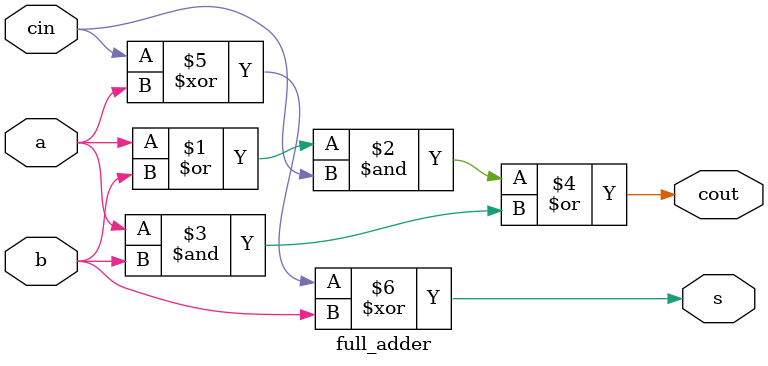
<source format=v>
`timescale 1ns / 1ps
 module full_adder(
    input a,
    input b,
    input cin,
    output cout,
    output s
    );
	assign cout = ((a|b)&cin)|(a&b);
	xor x1(s,cin,a,b);
	
endmodule

</source>
